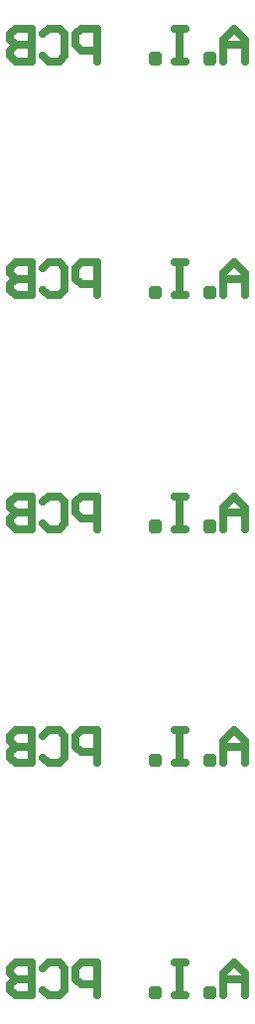
<source format=gbo>
G04 Layer_Color=32896*
%FSLAX25Y25*%
%MOIN*%
G70*
G01*
G75*
%ADD39C,0.02756*%
D39*
X123000Y355000D02*
Y362347D01*
X119327Y366020D01*
X115653Y362347D01*
Y355000D01*
Y360510D01*
X123000D01*
X111980Y355000D02*
Y356837D01*
X110143D01*
Y355000D01*
X111980D01*
X102797Y366020D02*
X99123D01*
X100960D01*
Y355000D01*
X102797D01*
X99123D01*
X93613D02*
Y356837D01*
X91777D01*
Y355000D01*
X93613D01*
X73410D02*
Y366020D01*
X67900D01*
X66063Y364183D01*
Y360510D01*
X67900Y358673D01*
X73410D01*
X55043Y364183D02*
X56880Y366020D01*
X60553D01*
X62390Y364183D01*
Y356837D01*
X60553Y355000D01*
X56880D01*
X55043Y356837D01*
X51370Y366020D02*
Y355000D01*
X45860D01*
X44023Y356837D01*
Y358673D01*
X45860Y360510D01*
X51370D01*
X45860D01*
X44023Y362347D01*
Y364183D01*
X45860Y366020D01*
X51370D01*
X123000Y276500D02*
Y283847D01*
X119327Y287520D01*
X115653Y283847D01*
Y276500D01*
Y282010D01*
X123000D01*
X111980Y276500D02*
Y278337D01*
X110143D01*
Y276500D01*
X111980D01*
X102797Y287520D02*
X99123D01*
X100960D01*
Y276500D01*
X102797D01*
X99123D01*
X93613D02*
Y278337D01*
X91777D01*
Y276500D01*
X93613D01*
X73410D02*
Y287520D01*
X67900D01*
X66063Y285683D01*
Y282010D01*
X67900Y280173D01*
X73410D01*
X55043Y285683D02*
X56880Y287520D01*
X60553D01*
X62390Y285683D01*
Y278337D01*
X60553Y276500D01*
X56880D01*
X55043Y278337D01*
X51370Y287520D02*
Y276500D01*
X45860D01*
X44023Y278337D01*
Y280173D01*
X45860Y282010D01*
X51370D01*
X45860D01*
X44023Y283847D01*
Y285683D01*
X45860Y287520D01*
X51370D01*
X123000Y198000D02*
Y205347D01*
X119327Y209020D01*
X115653Y205347D01*
Y198000D01*
Y203510D01*
X123000D01*
X111980Y198000D02*
Y199837D01*
X110143D01*
Y198000D01*
X111980D01*
X102797Y209020D02*
X99123D01*
X100960D01*
Y198000D01*
X102797D01*
X99123D01*
X93613D02*
Y199837D01*
X91777D01*
Y198000D01*
X93613D01*
X73410D02*
Y209020D01*
X67900D01*
X66063Y207183D01*
Y203510D01*
X67900Y201673D01*
X73410D01*
X55043Y207183D02*
X56880Y209020D01*
X60553D01*
X62390Y207183D01*
Y199837D01*
X60553Y198000D01*
X56880D01*
X55043Y199837D01*
X51370Y209020D02*
Y198000D01*
X45860D01*
X44023Y199837D01*
Y201673D01*
X45860Y203510D01*
X51370D01*
X45860D01*
X44023Y205347D01*
Y207183D01*
X45860Y209020D01*
X51370D01*
X123000Y119500D02*
Y126847D01*
X119327Y130520D01*
X115653Y126847D01*
Y119500D01*
Y125010D01*
X123000D01*
X111980Y119500D02*
Y121337D01*
X110143D01*
Y119500D01*
X111980D01*
X102797Y130520D02*
X99123D01*
X100960D01*
Y119500D01*
X102797D01*
X99123D01*
X93613D02*
Y121337D01*
X91777D01*
Y119500D01*
X93613D01*
X73410D02*
Y130520D01*
X67900D01*
X66063Y128683D01*
Y125010D01*
X67900Y123173D01*
X73410D01*
X55043Y128683D02*
X56880Y130520D01*
X60553D01*
X62390Y128683D01*
Y121337D01*
X60553Y119500D01*
X56880D01*
X55043Y121337D01*
X51370Y130520D02*
Y119500D01*
X45860D01*
X44023Y121337D01*
Y123173D01*
X45860Y125010D01*
X51370D01*
X45860D01*
X44023Y126847D01*
Y128683D01*
X45860Y130520D01*
X51370D01*
X123000Y41500D02*
Y48847D01*
X119327Y52520D01*
X115653Y48847D01*
Y41500D01*
Y47010D01*
X123000D01*
X111980Y41500D02*
Y43337D01*
X110143D01*
Y41500D01*
X111980D01*
X102797Y52520D02*
X99123D01*
X100960D01*
Y41500D01*
X102797D01*
X99123D01*
X93613D02*
Y43337D01*
X91777D01*
Y41500D01*
X93613D01*
X73410D02*
Y52520D01*
X67900D01*
X66063Y50683D01*
Y47010D01*
X67900Y45173D01*
X73410D01*
X55043Y50683D02*
X56880Y52520D01*
X60553D01*
X62390Y50683D01*
Y43337D01*
X60553Y41500D01*
X56880D01*
X55043Y43337D01*
X51370Y52520D02*
Y41500D01*
X45860D01*
X44023Y43337D01*
Y45173D01*
X45860Y47010D01*
X51370D01*
X45860D01*
X44023Y48847D01*
Y50683D01*
X45860Y52520D01*
X51370D01*
M02*

</source>
